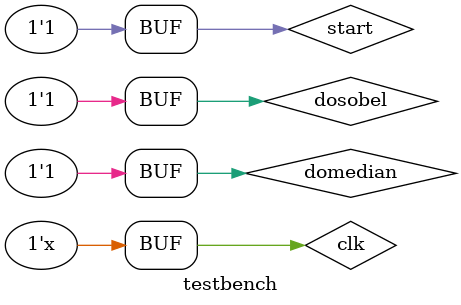
<source format=v>
`timescale 1ns / 1ps

module testbench();

reg clk;
initial clk = 0;
always #5 clk = ~clk;


reg start, dosobel, domedian;
initial begin
start = 0;
dosobel = 0;
domedian = 0;
#10
start = 1;
dosobel = 1;
domedian =1;
end

top top(clk, start, dosobel, domedian, sobel_success, median_success);


endmodule

</source>
